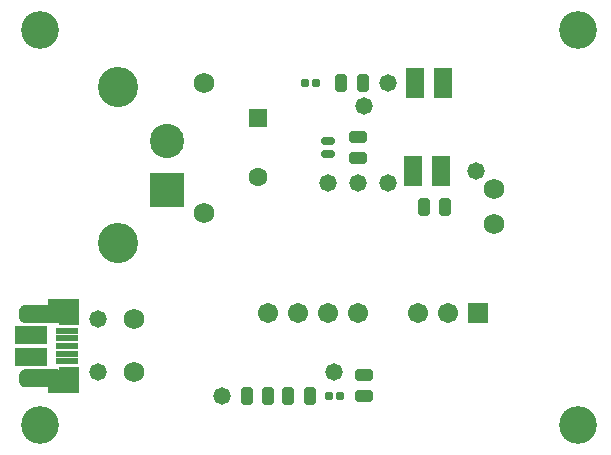
<source format=gts>
G04*
G04 #@! TF.GenerationSoftware,Altium Limited,Altium Designer,21.7.1 (17)*
G04*
G04 Layer_Color=8388736*
%FSLAX25Y25*%
%MOIN*%
G70*
G04*
G04 #@! TF.SameCoordinates,6A9AB2AD-3E5E-4466-BBF7-A39550D9A4E3*
G04*
G04*
G04 #@! TF.FilePolarity,Negative*
G04*
G01*
G75*
%ADD18R,0.07690X0.02375*%
%ADD19R,0.10642X0.06410*%
%ADD20R,0.06430X0.09934*%
G04:AMPARAMS|DCode=21|XSize=59.18mil|YSize=37.92mil|CornerRadius=7.74mil|HoleSize=0mil|Usage=FLASHONLY|Rotation=90.000|XOffset=0mil|YOffset=0mil|HoleType=Round|Shape=RoundedRectangle|*
%AMROUNDEDRECTD21*
21,1,0.05918,0.02244,0,0,90.0*
21,1,0.04370,0.03792,0,0,90.0*
1,1,0.01548,0.01122,0.02185*
1,1,0.01548,0.01122,-0.02185*
1,1,0.01548,-0.01122,-0.02185*
1,1,0.01548,-0.01122,0.02185*
%
%ADD21ROUNDEDRECTD21*%
G04:AMPARAMS|DCode=22|XSize=59.18mil|YSize=37.92mil|CornerRadius=7.74mil|HoleSize=0mil|Usage=FLASHONLY|Rotation=180.000|XOffset=0mil|YOffset=0mil|HoleType=Round|Shape=RoundedRectangle|*
%AMROUNDEDRECTD22*
21,1,0.05918,0.02244,0,0,180.0*
21,1,0.04370,0.03792,0,0,180.0*
1,1,0.01548,-0.02185,0.01122*
1,1,0.01548,0.02185,0.01122*
1,1,0.01548,0.02185,-0.01122*
1,1,0.01548,-0.02185,-0.01122*
%
%ADD22ROUNDEDRECTD22*%
G04:AMPARAMS|DCode=23|XSize=29.65mil|YSize=27.69mil|CornerRadius=6.46mil|HoleSize=0mil|Usage=FLASHONLY|Rotation=270.000|XOffset=0mil|YOffset=0mil|HoleType=Round|Shape=RoundedRectangle|*
%AMROUNDEDRECTD23*
21,1,0.02965,0.01476,0,0,270.0*
21,1,0.01673,0.02769,0,0,270.0*
1,1,0.01292,-0.00738,-0.00837*
1,1,0.01292,-0.00738,0.00837*
1,1,0.01292,0.00738,0.00837*
1,1,0.01292,0.00738,-0.00837*
%
%ADD23ROUNDEDRECTD23*%
G04:AMPARAMS|DCode=24|XSize=23.75mil|YSize=43.43mil|CornerRadius=5.97mil|HoleSize=0mil|Usage=FLASHONLY|Rotation=270.000|XOffset=0mil|YOffset=0mil|HoleType=Round|Shape=RoundedRectangle|*
%AMROUNDEDRECTD24*
21,1,0.02375,0.03150,0,0,270.0*
21,1,0.01181,0.04343,0,0,270.0*
1,1,0.01194,-0.01575,-0.00591*
1,1,0.01194,-0.01575,0.00591*
1,1,0.01194,0.01575,0.00591*
1,1,0.01194,0.01575,-0.00591*
%
%ADD24ROUNDEDRECTD24*%
%ADD25C,0.06800*%
%ADD26R,0.06548X0.08674*%
%ADD27R,0.06737X0.06737*%
%ADD28C,0.06737*%
%ADD29O,0.07493X0.05524*%
%ADD30O,0.06312X0.04737*%
%ADD31R,0.11430X0.11430*%
%ADD32C,0.11430*%
%ADD33C,0.13398*%
%ADD34R,0.06312X0.06312*%
%ADD35C,0.06312*%
%ADD36C,0.12611*%
%ADD37C,0.05800*%
G36*
X15702Y28449D02*
X15753Y28438D01*
X15803Y28422D01*
X15850Y28398D01*
X15894Y28369D01*
X15933Y28335D01*
X15968Y28295D01*
X15997Y28252D01*
X16020Y28205D01*
X16037Y28155D01*
X16047Y28104D01*
X16050Y28051D01*
Y20866D01*
X16047Y20814D01*
X16037Y20762D01*
X16020Y20713D01*
X15997Y20666D01*
X15968Y20622D01*
X15933Y20583D01*
X15894Y20548D01*
X15850Y20519D01*
X15803Y20496D01*
X15753Y20479D01*
X15702Y20469D01*
X15650Y20465D01*
X12894D01*
X12841Y20469D01*
X12790Y20479D01*
X12740Y20496D01*
X12693Y20519D01*
X12650Y20548D01*
X12610Y20583D01*
X12576Y20622D01*
X12547Y20666D01*
X12523Y20713D01*
X12506Y20762D01*
X12496Y20814D01*
X12493Y20866D01*
Y22532D01*
X4823D01*
X4812Y22533D01*
X4802Y22533D01*
X4649Y22541D01*
X4638Y22542D01*
X4627Y22542D01*
X4478Y22558D01*
X4476Y22558D01*
X4474Y22558D01*
X4451Y22563D01*
X4426Y22567D01*
X4424Y22567D01*
X4423Y22568D01*
X4352Y22585D01*
X4342Y22589D01*
X4332Y22591D01*
X4261Y22613D01*
X4261Y22613D01*
X4119Y22656D01*
X4112Y22659D01*
X4105Y22660D01*
X4088Y22668D01*
X4070Y22675D01*
X4064Y22678D01*
X4057Y22681D01*
X3907Y22756D01*
X3894Y22763D01*
X3880Y22770D01*
X3743Y22853D01*
X3726Y22865D01*
X3708Y22876D01*
X3582Y22971D01*
X3571Y22980D01*
X3560Y22988D01*
X3442Y23091D01*
X3441Y23092D01*
X3439Y23093D01*
X3422Y23110D01*
X3405Y23128D01*
X3404Y23129D01*
X3402Y23130D01*
X3296Y23253D01*
X3288Y23263D01*
X3279Y23274D01*
X3181Y23404D01*
X3179Y23405D01*
X3178Y23407D01*
X3165Y23427D01*
X3152Y23447D01*
X3151Y23449D01*
X3150Y23451D01*
X3071Y23593D01*
X3066Y23603D01*
X3061Y23612D01*
X2990Y23758D01*
X2989Y23761D01*
X2987Y23763D01*
X2979Y23785D01*
X2970Y23806D01*
X2969Y23809D01*
X2968Y23812D01*
X2917Y23973D01*
X2912Y23996D01*
X2906Y24018D01*
X2882Y24140D01*
X2881Y24152D01*
X2878Y24163D01*
X2859Y24308D01*
X2857Y24325D01*
X2856Y24341D01*
X2848Y24486D01*
X2848Y24497D01*
X2847Y24508D01*
Y26476D01*
X2848Y26486D01*
X2848Y26495D01*
X2856Y26664D01*
X2858Y26686D01*
X2860Y26708D01*
X2885Y26871D01*
X2890Y26891D01*
X2894Y26912D01*
X2935Y27068D01*
X2942Y27088D01*
X2949Y27108D01*
X3008Y27262D01*
X3018Y27284D01*
X3028Y27306D01*
X3095Y27432D01*
X3099Y27439D01*
X3102Y27445D01*
X3173Y27567D01*
X3186Y27587D01*
X3200Y27608D01*
X3296Y27735D01*
X3297Y27737D01*
X3298Y27738D01*
X3314Y27757D01*
X3330Y27775D01*
X3332Y27776D01*
X3333Y27777D01*
X3437Y27882D01*
X3443Y27887D01*
X3448Y27892D01*
X3558Y27994D01*
X3559Y27995D01*
X3560Y27996D01*
X3579Y28012D01*
X3599Y28028D01*
X3600Y28028D01*
X3601Y28029D01*
X3719Y28112D01*
X3728Y28117D01*
X3735Y28123D01*
X3873Y28209D01*
X3875Y28211D01*
X3877Y28212D01*
X3898Y28223D01*
X3919Y28234D01*
X3922Y28235D01*
X3924Y28236D01*
X4065Y28299D01*
X4077Y28304D01*
X4088Y28308D01*
X4214Y28356D01*
X4228Y28360D01*
X4241Y28365D01*
X4308Y28385D01*
X4319Y28387D01*
X4329Y28390D01*
X4396Y28406D01*
X4403Y28407D01*
X4410Y28409D01*
X4488Y28425D01*
X4490Y28425D01*
X4492Y28425D01*
X4575Y28441D01*
X4577Y28441D01*
X4579Y28442D01*
X4603Y28444D01*
X4627Y28447D01*
X4629Y28447D01*
X4631Y28448D01*
X4718Y28452D01*
X4727Y28451D01*
X4736Y28452D01*
X15650D01*
X15702Y28449D01*
D02*
G37*
G36*
X15702Y51972D02*
X15753Y51962D01*
X15803Y51945D01*
X15850Y51922D01*
X15894Y51893D01*
X15933Y51858D01*
X15968Y51819D01*
X15997Y51775D01*
X16020Y51728D01*
X16037Y51679D01*
X16047Y51627D01*
X16050Y51575D01*
Y44390D01*
X16047Y44337D01*
X16037Y44286D01*
X16020Y44236D01*
X15997Y44189D01*
X15968Y44146D01*
X15933Y44106D01*
X15894Y44072D01*
X15850Y44043D01*
X15803Y44019D01*
X15753Y44003D01*
X15702Y43992D01*
X15650Y43989D01*
X4736D01*
X4727Y43990D01*
X4718Y43989D01*
X4631Y43993D01*
X4629Y43993D01*
X4627Y43993D01*
X4603Y43996D01*
X4579Y43999D01*
X4577Y44000D01*
X4575Y44000D01*
X4492Y44016D01*
X4490Y44016D01*
X4488Y44016D01*
X4410Y44032D01*
X4403Y44034D01*
X4396Y44035D01*
X4329Y44051D01*
X4319Y44054D01*
X4308Y44056D01*
X4241Y44076D01*
X4228Y44081D01*
X4214Y44085D01*
X4088Y44133D01*
X4077Y44137D01*
X4065Y44142D01*
X3924Y44205D01*
X3922Y44206D01*
X3919Y44207D01*
X3898Y44218D01*
X3877Y44229D01*
X3875Y44230D01*
X3873Y44232D01*
X3735Y44318D01*
X3728Y44324D01*
X3719Y44329D01*
X3601Y44412D01*
X3600Y44413D01*
X3599Y44413D01*
X3579Y44429D01*
X3560Y44445D01*
X3559Y44445D01*
X3558Y44446D01*
X3448Y44549D01*
X3443Y44554D01*
X3437Y44559D01*
X3333Y44663D01*
X3332Y44665D01*
X3330Y44666D01*
X3314Y44684D01*
X3298Y44703D01*
X3297Y44704D01*
X3296Y44706D01*
X3200Y44833D01*
X3186Y44854D01*
X3173Y44873D01*
X3102Y44996D01*
X3099Y45002D01*
X3095Y45009D01*
X3028Y45135D01*
X3018Y45157D01*
X3008Y45179D01*
X2949Y45333D01*
X2942Y45353D01*
X2935Y45373D01*
X2894Y45529D01*
X2890Y45549D01*
X2885Y45570D01*
X2860Y45733D01*
X2858Y45755D01*
X2856Y45777D01*
X2848Y45946D01*
X2848Y45955D01*
X2847Y45965D01*
Y47933D01*
X2848Y47944D01*
X2848Y47955D01*
X2856Y48100D01*
X2857Y48116D01*
X2859Y48132D01*
X2878Y48278D01*
X2881Y48289D01*
X2882Y48301D01*
X2906Y48423D01*
X2912Y48445D01*
X2917Y48468D01*
X2968Y48629D01*
X2969Y48632D01*
X2970Y48635D01*
X2979Y48656D01*
X2987Y48678D01*
X2989Y48680D01*
X2990Y48683D01*
X3061Y48829D01*
X3066Y48838D01*
X3071Y48848D01*
X3150Y48990D01*
X3151Y48992D01*
X3152Y48994D01*
X3165Y49014D01*
X3178Y49034D01*
X3179Y49036D01*
X3181Y49037D01*
X3279Y49167D01*
X3288Y49178D01*
X3296Y49189D01*
X3402Y49310D01*
X3404Y49312D01*
X3405Y49313D01*
X3422Y49330D01*
X3439Y49348D01*
X3441Y49349D01*
X3442Y49350D01*
X3560Y49452D01*
X3571Y49461D01*
X3582Y49470D01*
X3708Y49565D01*
X3726Y49576D01*
X3743Y49588D01*
X3880Y49670D01*
X3894Y49678D01*
X3907Y49685D01*
X4057Y49760D01*
X4064Y49763D01*
X4070Y49766D01*
X4088Y49773D01*
X4105Y49780D01*
X4112Y49782D01*
X4119Y49785D01*
X4261Y49828D01*
X4261Y49828D01*
X4332Y49850D01*
X4342Y49852D01*
X4352Y49856D01*
X4423Y49873D01*
X4424Y49874D01*
X4426Y49874D01*
X4451Y49878D01*
X4474Y49883D01*
X4476Y49883D01*
X4478Y49883D01*
X4627Y49899D01*
X4638Y49899D01*
X4649Y49900D01*
X4802Y49908D01*
X4812Y49908D01*
X4823Y49909D01*
X12493D01*
Y51575D01*
X12496Y51627D01*
X12506Y51679D01*
X12523Y51728D01*
X12547Y51775D01*
X12576Y51819D01*
X12610Y51858D01*
X12650Y51893D01*
X12693Y51922D01*
X12740Y51945D01*
X12790Y51962D01*
X12841Y51972D01*
X12894Y51976D01*
X15650D01*
X15702Y51972D01*
D02*
G37*
D18*
X18701Y36220D02*
D03*
Y38780D02*
D03*
Y41339D02*
D03*
Y33661D02*
D03*
Y31102D02*
D03*
D19*
X6594Y40010D02*
D03*
Y32431D02*
D03*
D20*
X144035Y124016D02*
D03*
X134705D02*
D03*
X143445Y94488D02*
D03*
X134114D02*
D03*
D21*
X137795Y82677D02*
D03*
X144843D02*
D03*
X117283Y124016D02*
D03*
X110236D02*
D03*
X99606Y19685D02*
D03*
X92559D02*
D03*
X78780D02*
D03*
X85827D02*
D03*
D22*
X117717Y26732D02*
D03*
Y19685D02*
D03*
X115748Y98819D02*
D03*
Y105866D02*
D03*
D23*
X106083Y19685D02*
D03*
X109665D02*
D03*
X98209Y124016D02*
D03*
X101791D02*
D03*
D24*
X105905Y104528D02*
D03*
Y100197D02*
D03*
D25*
X41043Y45177D02*
D03*
Y27461D02*
D03*
X161024Y88583D02*
D03*
Y76772D02*
D03*
X64567Y80709D02*
D03*
Y124016D02*
D03*
D26*
X19508Y24802D02*
D03*
Y47637D02*
D03*
D27*
X155905Y47244D02*
D03*
D28*
X145905D02*
D03*
X135906D02*
D03*
X115905D02*
D03*
X105905D02*
D03*
X95906D02*
D03*
X85905D02*
D03*
D29*
X7579Y25492D02*
D03*
Y46949D02*
D03*
D30*
X19508Y26673D02*
D03*
Y45768D02*
D03*
D31*
X52165Y88189D02*
D03*
D32*
Y104724D02*
D03*
D33*
X35630Y122441D02*
D03*
Y70472D02*
D03*
D34*
X82284Y112205D02*
D03*
D35*
Y92520D02*
D03*
D36*
X9843Y141732D02*
D03*
X188976D02*
D03*
Y9843D02*
D03*
X9843D02*
D03*
D37*
X105905Y90551D02*
D03*
X155118Y94488D02*
D03*
X117717Y116142D02*
D03*
X115748Y90551D02*
D03*
X125591Y124016D02*
D03*
Y90551D02*
D03*
X107874Y27559D02*
D03*
X29232Y27461D02*
D03*
Y45177D02*
D03*
X70472Y19685D02*
D03*
M02*

</source>
